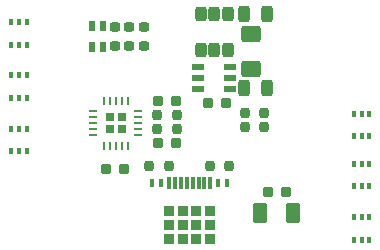
<source format=gbr>
%TF.GenerationSoftware,KiCad,Pcbnew,(6.0.1-0)*%
%TF.CreationDate,2022-01-30T07:56:11+00:00*%
%TF.ProjectId,Generic2,47656e65-7269-4633-922e-6b696361645f,1*%
%TF.SameCoordinates,Original*%
%TF.FileFunction,Paste,Top*%
%TF.FilePolarity,Positive*%
%FSLAX46Y46*%
G04 Gerber Fmt 4.6, Leading zero omitted, Abs format (unit mm)*
G04 Created by KiCad (PCBNEW (6.0.1-0)) date 2022-01-30 07:56:11*
%MOMM*%
%LPD*%
G01*
G04 APERTURE LIST*
G04 Aperture macros list*
%AMRoundRect*
0 Rectangle with rounded corners*
0 $1 Rounding radius*
0 $2 $3 $4 $5 $6 $7 $8 $9 X,Y pos of 4 corners*
0 Add a 4 corners polygon primitive as box body*
4,1,4,$2,$3,$4,$5,$6,$7,$8,$9,$2,$3,0*
0 Add four circle primitives for the rounded corners*
1,1,$1+$1,$2,$3*
1,1,$1+$1,$4,$5*
1,1,$1+$1,$6,$7*
1,1,$1+$1,$8,$9*
0 Add four rect primitives between the rounded corners*
20,1,$1+$1,$2,$3,$4,$5,0*
20,1,$1+$1,$4,$5,$6,$7,0*
20,1,$1+$1,$6,$7,$8,$9,0*
20,1,$1+$1,$8,$9,$2,$3,0*%
G04 Aperture macros list end*
%ADD10R,0.420000X0.798000*%
%ADD11RoundRect,0.069000X-0.075000X-0.478200X0.075000X-0.478200X0.075000X0.478200X-0.075000X0.478200X0*%
%ADD12RoundRect,0.232500X-0.232500X-0.232500X0.232500X-0.232500X0.232500X0.232500X-0.232500X0.232500X0*%
%ADD13RoundRect,0.186000X0.189000X-0.189000X0.189000X0.189000X-0.189000X0.189000X-0.189000X-0.189000X0*%
%ADD14RoundRect,0.048500X0.071500X-0.287500X0.071500X0.287500X-0.071500X0.287500X-0.071500X-0.287500X0*%
%ADD15RoundRect,0.057500X0.278500X-0.062500X0.278500X0.062500X-0.278500X0.062500X-0.278500X-0.062500X0*%
%ADD16RoundRect,0.184000X0.272000X-0.200000X0.272000X0.200000X-0.272000X0.200000X-0.272000X-0.200000X0*%
%ADD17RoundRect,0.225000X0.375000X0.615000X-0.375000X0.615000X-0.375000X-0.615000X0.375000X-0.615000X0*%
%ADD18RoundRect,0.207000X-0.225000X-0.249000X0.225000X-0.249000X0.225000X0.249000X-0.225000X0.249000X0*%
%ADD19RoundRect,0.184000X0.200000X0.272000X-0.200000X0.272000X-0.200000X-0.272000X0.200000X-0.272000X0*%
%ADD20R,0.384000X0.624000*%
%ADD21RoundRect,0.184000X-0.200000X-0.272000X0.200000X-0.272000X0.200000X0.272000X-0.200000X0.272000X0*%
%ADD22R,0.480000X0.816000*%
%ADD23RoundRect,0.207000X0.225000X0.249000X-0.225000X0.249000X-0.225000X-0.249000X0.225000X-0.249000X0*%
%ADD24RoundRect,0.250000X0.250000X-0.350000X0.250000X0.350000X-0.250000X0.350000X-0.250000X-0.350000X0*%
%ADD25RoundRect,0.220875X0.619125X-0.463125X0.619125X0.463125X-0.619125X0.463125X-0.619125X-0.463125X0*%
%ADD26R,1.056000X0.576000*%
%ADD27RoundRect,0.230000X-0.250000X-0.466000X0.250000X-0.466000X0.250000X0.466000X-0.250000X0.466000X0*%
G04 APERTURE END LIST*
D10*
%TO.C,J3*%
X144500000Y-103140000D03*
X150900000Y-103140000D03*
D11*
X145950000Y-103140000D03*
X149450000Y-103140000D03*
X146450000Y-103140000D03*
X148950000Y-103140000D03*
X146950000Y-103140000D03*
X148450000Y-103140000D03*
X147450000Y-103140000D03*
X147950000Y-103140000D03*
D10*
X150100000Y-103140000D03*
X145300000Y-103140000D03*
D12*
X147115000Y-105565000D03*
X145965000Y-107865000D03*
X145965000Y-106715000D03*
X145965000Y-105565000D03*
X149415000Y-107865000D03*
X149415000Y-106715000D03*
X149415000Y-105565000D03*
X148265000Y-107865000D03*
X148265000Y-106715000D03*
X148265000Y-105565000D03*
X147115000Y-107865000D03*
X147115000Y-106715000D03*
%TD*%
D13*
%TO.C,U2*%
X141950000Y-97600000D03*
X141950000Y-98600000D03*
X140950000Y-98600000D03*
X140950000Y-97600000D03*
D14*
X140450000Y-100000000D03*
X140950000Y-100000000D03*
X141450000Y-100000000D03*
X141950000Y-100000000D03*
X142450000Y-100000000D03*
D15*
X143350000Y-99100000D03*
X143350000Y-98600000D03*
X143350000Y-98100000D03*
X143350000Y-97600000D03*
X143350000Y-97100000D03*
D14*
X142450000Y-96200000D03*
X141950000Y-96200000D03*
X141450000Y-96200000D03*
X140950000Y-96200000D03*
X140450000Y-96200000D03*
D15*
X139550000Y-97100000D03*
X139550000Y-97600000D03*
X139550000Y-98100000D03*
X139550000Y-98600000D03*
X139550000Y-99100000D03*
%TD*%
D16*
%TO.C,R3*%
X142600000Y-91583217D03*
X142600000Y-89933217D03*
%TD*%
D17*
%TO.C,D2*%
X156440000Y-105700000D03*
X153640000Y-105700000D03*
%TD*%
D18*
%TO.C,C1*%
X140605000Y-101980000D03*
X142155000Y-101980000D03*
%TD*%
D19*
%TO.C,R5*%
X151050000Y-101700000D03*
X149400000Y-101700000D03*
%TD*%
D20*
%TO.C,D4*%
X133900000Y-94050000D03*
X133250000Y-94050000D03*
X132600000Y-94050000D03*
X132600000Y-95950000D03*
X133250000Y-95950000D03*
X133900000Y-95950000D03*
%TD*%
%TO.C,D3*%
X133900000Y-98550000D03*
X133250000Y-98550000D03*
X132600000Y-98550000D03*
X132600000Y-100450000D03*
X133250000Y-100450000D03*
X133900000Y-100450000D03*
%TD*%
D19*
%TO.C,R4*%
X145925000Y-101700000D03*
X144275000Y-101700000D03*
%TD*%
%TO.C,R6*%
X146625000Y-97400000D03*
X144975000Y-97400000D03*
%TD*%
D21*
%TO.C,R7*%
X144975000Y-98600000D03*
X146625000Y-98600000D03*
%TD*%
D22*
%TO.C,D1*%
X140400000Y-89883217D03*
X140400000Y-91633217D03*
X139400000Y-91633217D03*
X139400000Y-89883217D03*
%TD*%
D16*
%TO.C,R1*%
X141400000Y-91583217D03*
X141400000Y-89933217D03*
%TD*%
%TO.C,R2*%
X143800000Y-91583217D03*
X143800000Y-89933217D03*
%TD*%
D23*
%TO.C,C4*%
X155875000Y-103900000D03*
X154325000Y-103900000D03*
%TD*%
%TO.C,C2*%
X146575000Y-96200000D03*
X145025000Y-96200000D03*
%TD*%
%TO.C,C3*%
X146575000Y-99800000D03*
X145025000Y-99800000D03*
%TD*%
D20*
%TO.C,D8*%
X161600000Y-103450000D03*
X162250000Y-103450000D03*
X162900000Y-103450000D03*
X162900000Y-101550000D03*
X162250000Y-101550000D03*
X161600000Y-101550000D03*
%TD*%
D19*
%TO.C,R9*%
X154025000Y-98400000D03*
X152375000Y-98400000D03*
%TD*%
D20*
%TO.C,D9*%
X161600000Y-107950000D03*
X162250000Y-107950000D03*
X162900000Y-107950000D03*
X162900000Y-106050000D03*
X162250000Y-106050000D03*
X161600000Y-106050000D03*
%TD*%
%TO.C,D7*%
X161600000Y-99200000D03*
X162250000Y-99200000D03*
X162900000Y-99200000D03*
X162900000Y-97300000D03*
X162250000Y-97300000D03*
X161600000Y-97300000D03*
%TD*%
D19*
%TO.C,R8*%
X154025000Y-97200000D03*
X152375000Y-97200000D03*
%TD*%
D20*
%TO.C,D5*%
X133900000Y-89550000D03*
X133250000Y-89550000D03*
X132600000Y-89550000D03*
X132600000Y-91450000D03*
X133250000Y-91450000D03*
X133900000Y-91450000D03*
%TD*%
D23*
%TO.C,U3*%
X150765000Y-96390000D03*
D24*
X148640000Y-91890000D03*
D25*
X152910000Y-93492500D03*
D24*
X149790000Y-91890000D03*
X150940000Y-91890000D03*
D26*
X151090000Y-93340000D03*
D24*
X150940000Y-88890000D03*
D23*
X149215000Y-96390000D03*
D24*
X148640000Y-88890000D03*
X149790000Y-88890000D03*
D26*
X148390000Y-93340000D03*
X151090000Y-95240000D03*
D27*
X152340000Y-95140000D03*
D26*
X151090000Y-94290000D03*
D27*
X154240000Y-88890000D03*
X154240000Y-95140000D03*
D25*
X152910000Y-90527500D03*
D26*
X148390000Y-94290000D03*
D27*
X152340000Y-88890000D03*
D26*
X148390000Y-95240000D03*
%TD*%
M02*

</source>
